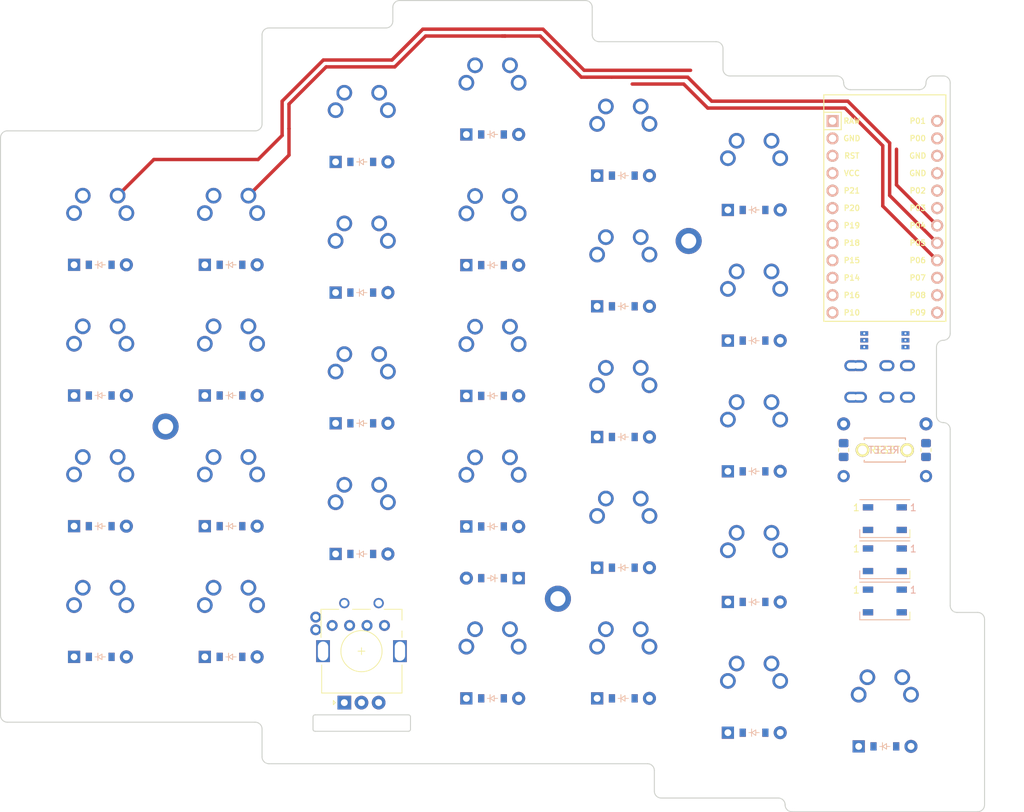
<source format=kicad_pcb>
(kicad_pcb (version 20240108) (generator "pcbnew") (generator_version "8.0")
  (title_block (title "no_hotswap") (rev "0.0.1") (company "Jakob Schmid"))
  (layers (0 "F.Cu" signal) (31 "B.Cu" signal) (34 "B.Paste" user) (35 "F.Paste" user) (36 "B.SilkS" user "B.Silkscreen") (37 "F.SilkS" user "F.Silkscreen") (38 "B.Mask" user) (39 "F.Mask" user) (44 "Edge.Cuts" user))
  (net 0 "")
  (net 1 "P4")
  (net 2 "outer_bottom")
  (net 3 "outer_home")
  (net 4 "outer_top")
  (net 5 "outer_num")
  (net 6 "P5")
  (net 7 "pinky_bottom")
  (net 8 "pinky_home")
  (net 9 "pinky_top")
  (net 10 "pinky_num")
  (net 11 "P6")
  (net 12 "ring_bottom")
  (net 13 "ring_home")
  (net 14 "ring_top")
  (net 15 "ring_num")
  (net 16 "P21")
  (net 17 "middle_bottom")
  (net 18 "middle_home")
  (net 19 "middle_top")
  (net 20 "middle_num")
  (net 21 "P20")
  (net 22 "index_bottom")
  (net 23 "index_home")
  (net 24 "index_top")
  (net 25 "index_num")
  (net 26 "P19")
  (net 27 "inner_bottom")
  (net 28 "inner_home")
  (net 29 "inner_top")
  (net 30 "inner_num")
  (net 31 "near_thumb")
  (net 32 "home_thumb")
  (net 33 "far_thumb")
  (net 34 "farfar_thumb")
  (net 35 "P16")
  (net 36 "P14")
  (net 37 "P15")
  (net 38 "P18")
  (net 39 "P10")
  (net 40 "RAW")
  (net 41 "GND")
  (net 42 "RST")
  (net 43 "VCC")
  (net 44 "P1")
  (net 45 "P0")
  (net 46 "P2")
  (net 47 "P3")
  (net 48 "P7")
  (net 49 "P8")
  (net 50 "P9")
  (net 51 "trrs_gnd")
  (net 52 "trrs_sda")
  (net 53 "rgb_1_out")
  (net 54 "rgb_2_out")
  (net 55 "rgb_3_out")
  (net 56 "my_col_row")
  (footprint "kbd:ResetSW" (layer "F.Cu") (at 214.3 124.85 180)
    (property "Reference" "_1" (hide yes))
    (property "Value" "")
  )
  (footprint "MX" (layer "F.Cu") (at 100 150)
    (property "Reference" "S1" (hide yes))
    (property "Value" "" (hide yes))
  )
  (footprint "ComboDiode" (layer "F.Cu") (at 100 155)
    (property "Reference" "D1" (hide yes))
    (property "Value" "" (hide yes))
  )
  (footprint "ComboDiode" (layer "F.Cu") (at 100 135.95)
    (property "Reference" "D2" (hide yes))
    (property "Value" "" (hide yes))
  )
  (footprint "MX" (layer "F.Cu") (at 195.25 84.85)
    (property "Reference" "S24" (hide yes))
    (property "Value" "" (hide yes))
  )
  (footprint "MX" (layer "F.Cu") (at 138.1 77.85)
    (property "Reference" "S12" (hide yes))
    (property "Value" "" (hide yes))
  )
  (footprint "MX" (layer "F.Cu") (at 176.2 156.05)
    (property "Reference" "S26" (hide yes))
    (property "Value" "" (hide yes))
  )
  (footprint "ComboDiode" (layer "F.Cu") (at 195.25 108.9)
    (property "Reference" "D23" (hide yes))
    (property "Value" "" (hide yes))
  )
  (footprint "ComboDiode" (layer "F.Cu") (at 119.05 155)
    (property "Reference" "D5" (hide yes))
    (property "Value" "" (hide yes))
  )
  (footprint "MX" (layer "F.Cu") (at 157.15 92.9)
    (property "Reference" "S15" (hide yes))
    (property "Value" "" (hide yes))
  )
  (footprint "MX" (layer "F.Cu") (at 195.25 122.95)
    (property "Reference" "S22" (hide yes))
    (property "Value" "" (hide yes))
  )
  (footprint "RollerEncoder_Panasonic_EVQWGD001" (layer "F.Cu") (at 137.6 156.05 90)
    (property "Reference" "REF**")
    (property "Value" "RollerEncoder_Panasonic_EVQWGD001")
    (fp_line (start -9.5 -6.6) (end -7.7 -6.6) (stroke (width 0.15)) (layer "Edge.Cuts"))
    (fp_line (start -7.4 -6.3) (end -7.4 7.3) (stroke (width 0.15)) (layer "Edge.Cuts"))
    (fp_line (start -9.8 7.3) (end -9.8 -6.3) (stroke (width 0.15)) (layer "Edge.Cuts"))
    (fp_line (start -7.7 7.6) (end -9.5 7.6) (stroke (width 0.15)) (layer "Edge.Cuts"))
    (fp_arc (start -7.7 -6.6) (mid -7.487868 -6.512132) (end -7.4 -6.3) (stroke (width 0.15)) (layer "Edge.Cuts"))
    (fp_arc (start -9.8 -6.3) (mid -9.712132 -6.512132) (end -9.5 -6.6) (stroke (width 0.15)) (layer "Edge.Cuts"))
    (fp_arc (start -7.4 7.3) (mid -7.487868 7.512132) (end -7.7 7.6) (stroke (width 0.15)) (layer "Edge.Cuts"))
    (fp_arc (start -9.5 7.6) (mid -9.712132 7.512132) (end -9.8 7.3) (stroke (width 0.15)) (layer "Edge.Cuts"))
  )
  (footprint "MX" (layer "F.Cu") (at 176.2 117.95)
    (property "Reference" "S18" (hide yes))
    (property "Value" "" (hide yes))
  )
  (footprint "MX" (layer "F.Cu") (at 157.15 111.95)
    (property "Reference" "S14" (hide yes))
    (property "Value" "" (hide yes))
  )
  (footprint "ComboDiode" (layer "F.Cu") (at 157.15 161.05)
    (property "Reference" "D25" (hide yes))
    (property "Value" "" (hide yes))
  )
  (footprint "ComboDiode" (layer "F.Cu") (at 176.2 161.05)
    (property "Reference" "D26" (hide yes))
    (property "Value" "" (hide yes))
  )
  (footprint "ComboDiode" (layer "F.Cu") (at 157.15 136)
    (property "Reference" "D13" (hide yes))
    (property "Value" "" (hide yes))
  )
  (footprint "ComboDiode" (layer "F.Cu") (at 100 116.9)
    (property "Reference" "D3" (hide yes))
    (property "Value" "" (hide yes))
  )
  (footprint "ProMicro" (layer "F.Cu") (at 214.3 90.85 -90)
    (property "Reference" "MCU1" (hide yes))
    (property "Value" "" (hide yes))
  )
  (footprint "ComboDiode" (layer "F.Cu") (at 100 97.85)
    (property "Reference" "D4" (hide yes))
    (property "Value" "" (hide yes))
  )
  (footprint "MX" (layer "F.Cu") (at 157.15 73.85)
    (property "Reference" "S16" (hide yes))
    (property "Value" "" (hide yes))
  )
  (footprint "MX" (layer "F.Cu") (at 195.25 161.05)
    (property "Reference" "S27" (hide yes))
    (property "Value" "" (hide yes))
  )
  (footprint "MountingHole_2.2mm_M2" (layer "F.Cu") (at 109.525 121.425)
    (property "Reference" "_2" (hide yes))
    (property "Value" "")
  )
  (footprint "MountingHole_2.2mm_M2" (layer "F.Cu") (at 185.725 94.375)
    (property "Reference" "_4" (hide yes))
    (property "Value" "")
  )
  (footprint "ComboDiode" (layer "F.Cu") (at 214.3 168.05)
    (property "Reference" "D28" (hide yes))
    (property "Value" "" (hide yes))
  )
  (footprint "MX" (layer "F.Cu") (at 100 92.85)
    (property "Reference" "S4" (hide yes))
    (property "Value" "" (hide yes))
  )
  (footprint "TRRS-PJ-320A-dual" (layer "F.Cu") (at 220.8 114.85 -90)
    (property "Reference" "TRRS1")
    (property "Value" "TRRS-PJ-320A-dual")
  )
  (footprint "ComboDiode" (layer "F.Cu") (at 119.05 135.95)
    (property "Reference" "D6" (hide yes))
    (property "Value" "" (hide yes))
  )
  (footprint "ComboDiode" (layer "F.Cu") (at 157.15 116.95)
    (property "Reference" "D14" (hide yes))
    (property "Value" "" (hide yes))
  )
  (footprint "MX" (layer "F.Cu") (at 100 130.95)
    (property "Reference" "S2" (hide yes))
    (property "Value" "" (hide yes))
  )
  (footprint "ComboDiode" (layer "F.Cu") (at 138.1 140)
    (property "Reference" "D9" (hide yes))
    (property "Value" "" (hide yes))
  )
  (footprint "threeway_jumper" (layer "F.Cu") (at 211.3 108.85 90)
    (property "Reference" "Ju31" (hide yes))
    (property "Value" "Jumper")
  )
  (footprint "threeway_jumper" (layer "F.Cu") (at 217.3 108.85 90)
    (property "Reference" "Ju32" (hide yes))
    (property "Value" "Jumper")
  )
  (footprint "ComboDiode" (layer "F.Cu") (at 119.05 97.85)
    (property "Reference" "D8" (hide yes))
    (property "Value" "" (hide yes))
  )
  (footprint "ComboDiode" (layer "F.Cu") (at 119.05 116.9)
    (property "Reference" "D7" (hide yes))
    (property "Value" "" (hide yes))
  )
  (footprint "MX" (layer "F.Cu") (at 119.05 111.9)
    (property "Reference" "S7" (hide yes))
    (property "Value" "" (hide yes))
  )
  (footprint "MX" (layer "F.Cu") (at 157.15 156.05)
    (property "Reference" "S25" (hide yes))
    (property "Value" "" (hide yes))
  )
  (footprint "ComboDiode" (layer "F.Cu") (at 138.1 101.9)
    (property "Reference" "D11" (hide yes))
    (property "Value" "" (hide yes))
  )
  (footprint "MX" (layer "F.Cu") (at 176.2 98.9)
    (property "Reference" "S19" (hide yes))
    (property "Value" "" (hide yes))
  )
  (footprint "ComboDiode" (layer "F.Cu") (at 195.25 89.85)
    (property "Reference" "D24" (hide yes))
    (property "Value" "" (hide yes))
  )
  (footprint "MX" (layer "F.Cu") (at 138.1 96.9)
    (property "Reference" "S11" (hide yes))
    (property "Value" "" (hide yes))
  )
  (footprint "LED_WS2812B_PLCC4_5.0x5.0mm_P3.2mm" (layer "F.Cu") (at 214.3 134.85)
    (property "Reference" "REF**" (hide yes))
    (property "Value" "LED_WS2812B_PLCC4_5.0x5.0mm_P3.2mm" (hide yes))
  )
  (footprint "MX" (layer "F.Cu") (at 214.3 163.05)
    (property "Reference" "S28" (hide yes))
    (property "Value" "" (hide yes))
  )
  (footprint "MX" (layer "F.Cu") (at 119.05 150)
    (property "Reference" "S5" (hide yes))
    (property "Value" "" (hide yes))
  )
  (footprint "MX" (layer "F.Cu") (at 157.15 131)
    (property "Reference" "S13" (hide yes))
    (property "Value" "" (hide yes))
  )
  (footprint "MX" (layer "F.Cu") (at 138.1 135)
    (property "Reference" "S9" (hide yes))
    (property "Value" "" (hide yes))
  )
  (footprint "ComboDiode" (layer "F.Cu") (at 157.15 78.85)
    (property "Reference" "D16" (hide yes))
    (property "Value" "" (hide yes))
  )
  (footprint "ComboDiode" (layer "F.Cu") (at 176.2 142)
    (property "Reference" "D17" (hide yes))
    (property "Value" "" (hide yes))
  )
  (footprint "ComboDiode" (layer "F.Cu") (at 157.15 97.9)
    (property "Reference" "D15" (hide yes))
    (property "Value" "" (hide yes))
  )
  (footprint "MX" (layer "F.Cu") (at 119.05 130.95)
    (property "Reference" "S6" (hide yes))
    (property "Value" "" (hide yes))
  )
  (footprint "MountingHole_2.2mm_M2" (layer "F.Cu") (at 166.675 146.525)
    (property "Reference" "_3" (hide yes))
    (property "Value" "")
  )
  (footprint "MX" (layer "F.Cu") (at 119.05 92.85)
    (property "Reference" "S8" (hide yes))
    (property "Value" "" (hide yes))
  )
  (footprint "ComboDiode" (layer "F.Cu") (at 176.2 122.95)
    (property "Reference" "D18" (hide yes))
    (property "Value" "" (hide yes))
  )
  (footprint "ComboDiode" (layer "F.Cu") (at 176.2 103.9)
    (property "Reference" "D19" (hide yes))
    (property "Value" "" (hide yes))
  )
  (footprint "ComboDiode" (layer "F.Cu") (at 157.15 143.525 180)
    (property "Reference" "D29" (hide yes))
    (property "Value" "" (hide yes))
  )
  (footprint "LED_WS2812B_PLCC4_5.0x5.0mm_P3.2mm" (layer "F.Cu") (at 214.3 146.85)
    (property "Reference" "REF**" (hide yes))
    (property "Value" "LED_WS2812B_PLCC4_5.0x5.0mm_P3.2mm" (hide yes))
  )
  (footprint "ComboDiode" (layer "F.Cu") (at 195.25 166.05)
    (property "Reference" "D27" (hide yes))
    (property "Value" "" (hide yes))
  )
  (footprint "MX" (layer "F.Cu") (at 138.1 115.95)
    (property "Reference" "S10" (hide yes))
    (property "Value" "" (hide yes))
  )
  (footprint "MX" (layer "F.Cu") (at 100 111.9)
    (property "Reference" "S3" (hide yes))
    (property "Value" "" (hide yes))
  )
  (footprint "ComboDiode" (layer "F.Cu") (at 138.1 82.85)
    (property "Reference" "D12" (hide yes))
    (property "Value" "" (hide yes))
  )
  (footprint "ComboResistor" (layer "F.Cu") (at 208.3 124.85 90)
    (property "Reference" "R1" (hide yes))
    (property "Value" "" (hide yes))
  )
  (footprint "MX" (layer "F.Cu") (at 195.25 142)
    (property "Reference" "S21" (hide yes))
    (property "Value" "" (hide yes))
  )
  (footprint "MX" (layer "F.Cu") (at 195.25 103.9)
    (property "Reference" "S23" (hide yes))
    (property "Value" "" (hide yes))
  )
  (footprint "MX" (layer "F.Cu") (at 176.2 79.85)
    (property "Reference" "S20" (hide yes))
    (property "Value" "" (hide yes))
  )
  (footprint "ComboDiode" (layer "F.Cu") (at 195.25 147)
    (property "Reference" "D21" (hide yes))
    (property "Value" "" (hide yes))
  )
  (footprint "MX" (layer "F.Cu") (at 176.2 137)
    (property "Reference" "S17" (hide yes))
    (property "Value" "" (hide yes))
  )
  (footprint "ComboResistor" (layer "F.Cu") (at 220.3 124.85 90)
    (property "Reference" "R2" (hide yes))
    (property "Value" "" (hide yes))
  )
  (footprint "ComboDiode" (layer "F.Cu") (at 176.2 84.85)
    (property "Reference" "D20" (hide yes))
    (property "Value" "" (hide yes))
  )
  (footprint "ComboDiode" (layer "F.Cu") (at 195.25 127.95)
    (property "Reference" "D22" (hide yes))
    (property "Value" "" (hide yes))
  )
  (footprint "rotary_encoder" (layer "F.Cu") (at 138.1 154.05 90)
    (property "Reference" "ROT1" (hide yes))
    (property "Value" "")
  )
  (footprint "LED_WS2812B_PLCC4_5.0x5.0mm_P3.2mm" (layer "F.Cu") (at 214.3 140.85)
    (property "Reference" "REF**" (hide yes))
    (property "Value" "LED_WS2812B_PLCC4_5.0x5.0mm_P3.2mm" (hide yes))
  )
  (footprint "ComboDiode" (layer "F.Cu") (at 138.1 120.95)
    (property "Reference" "D10" (hide yes))
    (property "Value" "" (hide yes))
  )
  (gr_line (start 191.724 70.325) (end 207.301 70.325) (stroke (width 0.15)) (layer "Edge.Cuts"))
  (gr_arc (start 222.826 70.325) (mid 223.5324 70.6176) (end 223.825 71.324) (stroke (width 0.15)) (layer "Edge.Cuts"))
  (gr_line (start 142.625 62.326) (end 142.625 60.324) (stroke (width 0.15)) (layer "Edge.Cuts"))
  (gr_line (start 220.3 71.326) (end 220.3 71.324) (stroke (width 0.15)) (layer "Edge.Cuts"))
  (gr_arc (start 228.825 176.576) (mid 228.5324 177.2824) (end 227.826 177.575) (stroke (width 0.15)) (layer "Edge.Cuts"))
  (gr_arc (start 86.474 164.525) (mid 85.7676 164.2324) (end 85.475 163.526) (stroke (width 0.15)) (layer "Edge.Cuts"))
  (gr_arc (start 222.824 120.85) (mid 222.1176 120.5574) (end 221.825 119.851) (stroke (width 0.15)) (layer "Edge.Cuts"))
  (gr_arc (start 123.575 64.324) (mid 123.8676 63.6176) (end 124.574 63.325) (stroke (width 0.15)) (layer "Edge.Cuts"))
  (gr_arc (start 172.674 65.325) (mid 171.9676 65.0324) (end 171.675 64.326) (stroke (width 0.15)) (layer "Edge.Cuts"))
  (gr_line (start 222.826 108.85) (end 222.824 108.85) (stroke (width 0.15)) (layer "Edge.Cuts"))
  (gr_arc (start 179.726 170.575) (mid 180.4324 170.8676) (end 180.725 171.574) (stroke (width 0.15)) (layer "Edge.Cuts"))
  (gr_line (start 228.825 149.524) (end 228.825 176.576) (stroke (width 0.15)) (layer "Edge.Cuts"))
  (gr_line (start 86.474 78.325) (end 122.576 78.325) (stroke (width 0.15)) (layer "Edge.Cuts"))
  (gr_arc (start 223.825 107.851) (mid 223.5324 108.5574) (end 222.826 108.85) (stroke (width 0.15)) (layer "Edge.Cuts"))
  (gr_arc (start 123.575 77.326) (mid 123.2824 78.0324) (end 122.576 78.325) (stroke (width 0.15)) (layer "Edge.Cuts"))
  (gr_arc (start 207.301 70.325) (mid 208.0074 70.6176) (end 208.3 71.324) (stroke (width 0.15)) (layer "Edge.Cuts"))
  (gr_line (start 223.825 121.849) (end 223.825 147.526) (stroke (width 0.15)) (layer "Edge.Cuts"))
  (gr_line (start 208.3 71.324) (end 208.3 71.326) (stroke (width 0.15)) (layer "Edge.Cuts"))
  (gr_line (start 199.775 176.576) (end 199.775 176.574) (stroke (width 0.15)) (layer "Edge.Cuts"))
  (gr_arc (start 221.825 109.849) (mid 222.1176 109.1426) (end 222.824 108.85) (stroke (width 0.15)) (layer "Edge.Cuts"))
  (gr_arc (start 191.724 70.325) (mid 191.0176 70.0324) (end 190.725 69.326) (stroke (width 0.15)) (layer "Edge.Cuts"))
  (gr_arc (start 170.676 59.325) (mid 171.3824 59.6176) (end 171.675 60.324) (stroke (width 0.15)) (layer "Edge.Cuts"))
  (gr_line (start 221.825 109.849) (end 221.825 119.851) (stroke (width 0.15)) (layer "Edge.Cuts"))
  (gr_arc (start 189.726 65.325) (mid 190.4324 65.6176) (end 190.725 66.324) (stroke (width 0.15)) (layer "Edge.Cuts"))
  (gr_arc (start 142.625 60.324) (mid 142.9176 59.6176) (end 143.624 59.325) (stroke (width 0.15)) (layer "Edge.Cuts"))
  (gr_arc (start 222.826 120.85) (mid 223.5324 121.1426) (end 223.825 121.849) (stroke (width 0.15)) (layer "Edge.Cuts"))
  (gr_line (start 180.725 174.576) (end 180.725 171.574) (stroke (width 0.15)) (layer "Edge.Cuts"))
  (gr_line (start 223.825 71.324) (end 223.825 107.851) (stroke (width 0.15)) (layer "Edge.Cuts"))
  (gr_line (start 171.675 60.324) (end 171.675 64.326) (stroke (width 0.15)) (layer "Edge.Cuts"))
  (gr_line (start 224.824 148.525) (end 227.826 148.525) (stroke (width 0.15)) (layer "Edge.Cuts"))
  (gr_line (start 85.475 163.526) (end 85.475 79.324) (stroke (width 0.15)) (layer "Edge.Cuts"))
  (gr_line (start 123.575 77.326) (end 123.575 64.324) (stroke (width 0.15)) (layer "Edge.Cuts"))
  (gr_line (start 198.776 175.575) (end 181.724 175.575) (stroke (width 0.15)) (layer "Edge.Cuts"))
  (gr_arc (start 220.3 71.326) (mid 220.0074 72.0324) (end 219.301 72.325) (stroke (width 0.15)) (layer "Edge.Cuts"))
  (gr_arc (start 227.826 148.525) (mid 228.5324 148.8176) (end 228.825 149.524) (stroke (width 0.15)) (layer "Edge.Cuts"))
  (gr_arc (start 200.774 177.575) (mid 200.0676 177.2824) (end 199.775 176.576) (stroke (width 0.15)) (layer "Edge.Cuts"))
  (gr_line (start 143.624 59.325) (end 170.676 59.325) (stroke (width 0.15)) (layer "Edge.Cuts"))
  (gr_line (start 221.299 70.325) (end 222.826 70.325) (stroke (width 0.15)) (layer "Edge.Cuts"))
  (gr_arc (start 198.776 175.575) (mid 199.4824 175.8676) (end 199.775 176.574) (stroke (width 0.15)) (layer "Edge.Cuts"))
  (gr_arc (start 209.299 72.325) (mid 208.5926 72.0324) (end 208.3 71.326) (stroke (width 0.15)) (layer "Edge.Cuts"))
  (gr_line (start 222.824 120.85) (end 222.826 120.85) (stroke (width 0.15)) (layer "Edge.Cuts"))
  (gr_line (start 209.299 72.325) (end 219.301 72.325) (stroke (width 0.15)) (layer "Edge.Cuts"))
  (gr_line (start 172.674 65.325) (end 189.726 65.325) (stroke (width 0.15)) (layer "Edge.Cuts"))
  (gr_arc (start 85.475 79.324) (mid 85.7676 78.6176) (end 86.474 78.325) (stroke (width 0.15)) (layer "Edge.Cuts"))
  (gr_arc (start 122.576 164.525) (mid 123.2824 164.8176) (end 123.575 165.524) (stroke (width 0.15)) (layer "Edge.Cuts"))
  (gr_line (start 227.826 177.575) (end 200.774 177.575) (stroke (width 0.15)) (layer "Edge.Cuts"))
  (gr_line (start 122.576 164.525) (end 86.474 164.525) (stroke (width 0.15)) (layer "Edge.Cuts"))
  (gr_line (start 124.574 170.575) (end 179.726 170.575) (stroke (width 0.15)) (layer "Edge.Cuts"))
  (gr_arc (start 124.574 170.575) (mid 123.8676 170.2824) (end 123.575 169.576) (stroke (width 0.15)) (layer "Edge.Cuts"))
  (gr_arc (start 224.824 148.525) (mid 224.1176 148.2324) (end 223.825 147.526) (stroke (width 0.15)) (layer "Edge.Cuts"))
  (gr_line (start 124.574 63.325) (end 141.626 63.325) (stroke (width 0.15)) (layer "Edge.Cuts"))
  (gr_line (start 123.575 169.576) (end 123.575 165.524) (stroke (width 0.15)) (layer "Edge.Cuts"))
  (gr_line (start 190.725 66.324) (end 190.725 69.326) (stroke (width 0.15)) (layer "Edge.Cuts"))
  (gr_arc (start 220.3 71.324) (mid 220.5926 70.6176) (end 221.299 70.325) (stroke (width 0.15)) (layer "Edge.Cuts"))
  (gr_arc (start 181.724 175.575) (mid 181.0176 175.2824) (end 180.725 174.576) (stroke (width 0.15)) (layer "Edge.Cuts"))
  (gr_arc (start 142.625 62.326) (mid 142.3324 63.0324) (end 141.626 63.325) (stroke (width 0.15)) (layer "Edge.Cuts"))
  (segment (start 126.5 74) (end 126.5 79) (width 0.5) (layer "F.Cu") (net 1))
  (segment (start 170.5 69.5) (end 164.5 63.5) (width 0.5) (layer "F.Cu") (net 1))
  (segment (start 107.81 82.5) (end 102.54 87.77) (width 0.5) (layer "F.Cu") (net 1))
  (segment (start 164.5 63.5) (end 147 63.5) (width 0.5) (layer "F.Cu") (net 1))
  (segment (start 186 69.5) (end 170.5 69.5) (width 0.5) (layer "F.Cu") (net 1))
  (segment (start 123 82.5) (end 107.81 82.5) (width 0.5) (layer "F.Cu") (net 1))
  (segment (start 147 63.5) (end 142.5 68) (width 0.5) (layer "F.Cu") (net 1))
  (segment (start 221.92 92.12) (end 216 86.2) (width 0.5) (layer "F.Cu") (net 1))
  (segment (start 216 86.2) (end 216 81) (width 0.5) (layer "F.Cu") (net 1))
  (segment (start 126.5 79) (end 123 82.5) (width 0.5) (layer "F.Cu") (net 1))
  (segment (start 142.5 68) (end 132.5 68) (width 0.5) (layer "F.Cu") (net 1))
  (segment (start 132.5 68) (end 126.5 74) (width 0.5) (layer "F.Cu") (net 1))
  (segment (start 215 87.74) (end 215 80.085786) (width 0.5) (layer "F.Cu") (net 6))
  (segment (start 185.585786 70.5) (end 174.5 70.5) (width 0.5) (layer "F.Cu") (net 6))
  (segment (start 208.914214 74) (end 189.085786 74) (width 0.5) (layer "F.Cu") (net 6))
  (segment (start 170.085787 70.500001) (end 164.085786 64.5) (width 0.5) (layer "F.Cu") (net 6))
  (segment (start 159 64.5) (end 158.5 64.5) (width 0.5) (layer "F.Cu") (net 6))
  (segment (start 142.914214 69) (end 132.914214 69) (width 0.5) (layer "F.Cu") (net 6))
  (segment (start 159 64.5) (end 147.414214 64.5) (width 0.5) (layer "F.Cu") (net 6))
  (segment (start 132.914214 69) (end 127.5 74.414214) (width 0.5) (layer "F.Cu") (net 6))
  (segment (start 170.914213 70.500001) (end 170.085787 70.500001) (width 0.5) (layer "F.Cu") (net 6))
  (segment (start 127.500001 78.000001) (end 127.500001 81.859999) (width 0.5) (layer "F.Cu") (net 6))
  (segment (start 127.5 74.414214) (end 127.5 78) (width 0.5) (layer "F.Cu") (net 6))
  (segment (start 221.92 94.66) (end 215 87.74) (width 0.5) (layer "F.Cu") (net 6))
  (segment (start 127.5 78) (end 127.500001 78.000001) (width 0.5) (layer "F.Cu") (net 6))
  (segment (start 147.414214 64.5) (end 142.914214 69) (width 0.5) (layer "F.Cu") (net 6))
  (segment (start 164.085786 64.5) (end 159 64.5) (width 0.5) (layer "F.Cu") (net 6))
  (segment (start 189.085786 74) (end 185.585786 70.5) (width 0.5) (layer "F.Cu") (net 6))
  (segment (start 127.500001 81.859999) (end 121.59 87.77) (width 0.5) (layer "F.Cu") (net 6))
  (segment (start 174.5 70.5) (end 170.914213 70.500001) (width 0.5) (layer "F.Cu") (net 6))
  (segment (start 215 80.085786) (end 208.914214 74) (width 0.5) (layer "F.Cu") (net 6))
  (segment (start 214 89.28) (end 214 80.5) (width 0.5) (layer "F.Cu") (net 11))
  (segment (start 185 71.5) (end 177.5 71.5) (width 0.5) (layer "F.Cu") (net 11))
  (segment (start 221.92 97.2) (end 214 89.28) (width 0.5) (layer "F.Cu") (net 11))
  (segment (start 188.5 75) (end 185 71.5) (width 0.5) (layer "F.Cu") (net 11))
  (segment (start 208.5 75) (end 188.5 75) (width 0.5) (layer "F.Cu") (net 11))
  (segment (start 214 80.5) (end 208.5 75) (width 0.5) (layer "F.Cu") (net 11))
)
</source>
